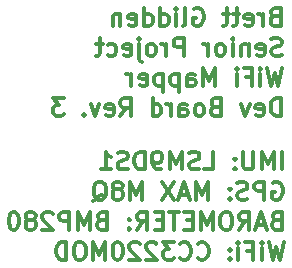
<source format=gbr>
G04 #@! TF.GenerationSoftware,KiCad,Pcbnew,(5.0.0-rc2-dev-491-g430239499)*
G04 #@! TF.CreationDate,2018-09-21T18:59:49-07:00*
G04 #@! TF.ProjectId,PCB_Rev3,5043425F526576332E6B696361645F70,rev?*
G04 #@! TF.SameCoordinates,Original*
G04 #@! TF.FileFunction,Legend,Bot*
G04 #@! TF.FilePolarity,Positive*
%FSLAX46Y46*%
G04 Gerber Fmt 4.6, Leading zero omitted, Abs format (unit mm)*
G04 Created by KiCad (PCBNEW (5.0.0-rc2-dev-491-g430239499)) date 09/21/18 18:59:49*
%MOMM*%
%LPD*%
G01*
G04 APERTURE LIST*
%ADD10C,0.300000*%
G04 APERTURE END LIST*
D10*
X197631357Y-67490971D02*
X197631357Y-65990971D01*
X196917071Y-67490971D02*
X196917071Y-65990971D01*
X196417071Y-67062400D01*
X195917071Y-65990971D01*
X195917071Y-67490971D01*
X195202785Y-65990971D02*
X195202785Y-67205257D01*
X195131357Y-67348114D01*
X195059928Y-67419542D01*
X194917071Y-67490971D01*
X194631357Y-67490971D01*
X194488500Y-67419542D01*
X194417071Y-67348114D01*
X194345642Y-67205257D01*
X194345642Y-65990971D01*
X193631357Y-67348114D02*
X193559928Y-67419542D01*
X193631357Y-67490971D01*
X193702785Y-67419542D01*
X193631357Y-67348114D01*
X193631357Y-67490971D01*
X193631357Y-66562400D02*
X193559928Y-66633828D01*
X193631357Y-66705257D01*
X193702785Y-66633828D01*
X193631357Y-66562400D01*
X193631357Y-66705257D01*
X191059928Y-67490971D02*
X191774214Y-67490971D01*
X191774214Y-65990971D01*
X190631357Y-67419542D02*
X190417071Y-67490971D01*
X190059928Y-67490971D01*
X189917071Y-67419542D01*
X189845642Y-67348114D01*
X189774214Y-67205257D01*
X189774214Y-67062400D01*
X189845642Y-66919542D01*
X189917071Y-66848114D01*
X190059928Y-66776685D01*
X190345642Y-66705257D01*
X190488500Y-66633828D01*
X190559928Y-66562400D01*
X190631357Y-66419542D01*
X190631357Y-66276685D01*
X190559928Y-66133828D01*
X190488500Y-66062400D01*
X190345642Y-65990971D01*
X189988500Y-65990971D01*
X189774214Y-66062400D01*
X189131357Y-67490971D02*
X189131357Y-65990971D01*
X188631357Y-67062400D01*
X188131357Y-65990971D01*
X188131357Y-67490971D01*
X187345642Y-67490971D02*
X187059928Y-67490971D01*
X186917071Y-67419542D01*
X186845642Y-67348114D01*
X186702785Y-67133828D01*
X186631357Y-66848114D01*
X186631357Y-66276685D01*
X186702785Y-66133828D01*
X186774214Y-66062400D01*
X186917071Y-65990971D01*
X187202785Y-65990971D01*
X187345642Y-66062400D01*
X187417071Y-66133828D01*
X187488500Y-66276685D01*
X187488500Y-66633828D01*
X187417071Y-66776685D01*
X187345642Y-66848114D01*
X187202785Y-66919542D01*
X186917071Y-66919542D01*
X186774214Y-66848114D01*
X186702785Y-66776685D01*
X186631357Y-66633828D01*
X185988500Y-67490971D02*
X185988500Y-65990971D01*
X185631357Y-65990971D01*
X185417071Y-66062400D01*
X185274214Y-66205257D01*
X185202785Y-66348114D01*
X185131357Y-66633828D01*
X185131357Y-66848114D01*
X185202785Y-67133828D01*
X185274214Y-67276685D01*
X185417071Y-67419542D01*
X185631357Y-67490971D01*
X185988500Y-67490971D01*
X184559928Y-67419542D02*
X184345642Y-67490971D01*
X183988500Y-67490971D01*
X183845642Y-67419542D01*
X183774214Y-67348114D01*
X183702785Y-67205257D01*
X183702785Y-67062400D01*
X183774214Y-66919542D01*
X183845642Y-66848114D01*
X183988500Y-66776685D01*
X184274214Y-66705257D01*
X184417071Y-66633828D01*
X184488500Y-66562400D01*
X184559928Y-66419542D01*
X184559928Y-66276685D01*
X184488500Y-66133828D01*
X184417071Y-66062400D01*
X184274214Y-65990971D01*
X183917071Y-65990971D01*
X183702785Y-66062400D01*
X182274214Y-67490971D02*
X183131357Y-67490971D01*
X182702785Y-67490971D02*
X182702785Y-65990971D01*
X182845642Y-66205257D01*
X182988500Y-66348114D01*
X183131357Y-66419542D01*
X196845642Y-68612400D02*
X196988500Y-68540971D01*
X197202785Y-68540971D01*
X197417071Y-68612400D01*
X197559928Y-68755257D01*
X197631357Y-68898114D01*
X197702785Y-69183828D01*
X197702785Y-69398114D01*
X197631357Y-69683828D01*
X197559928Y-69826685D01*
X197417071Y-69969542D01*
X197202785Y-70040971D01*
X197059928Y-70040971D01*
X196845642Y-69969542D01*
X196774214Y-69898114D01*
X196774214Y-69398114D01*
X197059928Y-69398114D01*
X196131357Y-70040971D02*
X196131357Y-68540971D01*
X195559928Y-68540971D01*
X195417071Y-68612400D01*
X195345642Y-68683828D01*
X195274214Y-68826685D01*
X195274214Y-69040971D01*
X195345642Y-69183828D01*
X195417071Y-69255257D01*
X195559928Y-69326685D01*
X196131357Y-69326685D01*
X194702785Y-69969542D02*
X194488500Y-70040971D01*
X194131357Y-70040971D01*
X193988500Y-69969542D01*
X193917071Y-69898114D01*
X193845642Y-69755257D01*
X193845642Y-69612400D01*
X193917071Y-69469542D01*
X193988500Y-69398114D01*
X194131357Y-69326685D01*
X194417071Y-69255257D01*
X194559928Y-69183828D01*
X194631357Y-69112400D01*
X194702785Y-68969542D01*
X194702785Y-68826685D01*
X194631357Y-68683828D01*
X194559928Y-68612400D01*
X194417071Y-68540971D01*
X194059928Y-68540971D01*
X193845642Y-68612400D01*
X193202785Y-69898114D02*
X193131357Y-69969542D01*
X193202785Y-70040971D01*
X193274214Y-69969542D01*
X193202785Y-69898114D01*
X193202785Y-70040971D01*
X193202785Y-69112400D02*
X193131357Y-69183828D01*
X193202785Y-69255257D01*
X193274214Y-69183828D01*
X193202785Y-69112400D01*
X193202785Y-69255257D01*
X191345642Y-70040971D02*
X191345642Y-68540971D01*
X190845642Y-69612400D01*
X190345642Y-68540971D01*
X190345642Y-70040971D01*
X189702785Y-69612400D02*
X188988500Y-69612400D01*
X189845642Y-70040971D02*
X189345642Y-68540971D01*
X188845642Y-70040971D01*
X188488500Y-68540971D02*
X187488500Y-70040971D01*
X187488500Y-68540971D02*
X188488500Y-70040971D01*
X185774214Y-70040971D02*
X185774214Y-68540971D01*
X185274214Y-69612400D01*
X184774214Y-68540971D01*
X184774214Y-70040971D01*
X183845642Y-69183828D02*
X183988500Y-69112400D01*
X184059928Y-69040971D01*
X184131357Y-68898114D01*
X184131357Y-68826685D01*
X184059928Y-68683828D01*
X183988500Y-68612400D01*
X183845642Y-68540971D01*
X183559928Y-68540971D01*
X183417071Y-68612400D01*
X183345642Y-68683828D01*
X183274214Y-68826685D01*
X183274214Y-68898114D01*
X183345642Y-69040971D01*
X183417071Y-69112400D01*
X183559928Y-69183828D01*
X183845642Y-69183828D01*
X183988500Y-69255257D01*
X184059928Y-69326685D01*
X184131357Y-69469542D01*
X184131357Y-69755257D01*
X184059928Y-69898114D01*
X183988500Y-69969542D01*
X183845642Y-70040971D01*
X183559928Y-70040971D01*
X183417071Y-69969542D01*
X183345642Y-69898114D01*
X183274214Y-69755257D01*
X183274214Y-69469542D01*
X183345642Y-69326685D01*
X183417071Y-69255257D01*
X183559928Y-69183828D01*
X181631357Y-70183828D02*
X181774214Y-70112400D01*
X181917071Y-69969542D01*
X182131357Y-69755257D01*
X182274214Y-69683828D01*
X182417071Y-69683828D01*
X182345642Y-70040971D02*
X182488500Y-69969542D01*
X182631357Y-69826685D01*
X182702785Y-69540971D01*
X182702785Y-69040971D01*
X182631357Y-68755257D01*
X182488500Y-68612400D01*
X182345642Y-68540971D01*
X182059928Y-68540971D01*
X181917071Y-68612400D01*
X181774214Y-68755257D01*
X181702785Y-69040971D01*
X181702785Y-69540971D01*
X181774214Y-69826685D01*
X181917071Y-69969542D01*
X182059928Y-70040971D01*
X182345642Y-70040971D01*
X197131357Y-71805257D02*
X196917071Y-71876685D01*
X196845642Y-71948114D01*
X196774214Y-72090971D01*
X196774214Y-72305257D01*
X196845642Y-72448114D01*
X196917071Y-72519542D01*
X197059928Y-72590971D01*
X197631357Y-72590971D01*
X197631357Y-71090971D01*
X197131357Y-71090971D01*
X196988500Y-71162400D01*
X196917071Y-71233828D01*
X196845642Y-71376685D01*
X196845642Y-71519542D01*
X196917071Y-71662400D01*
X196988500Y-71733828D01*
X197131357Y-71805257D01*
X197631357Y-71805257D01*
X196202785Y-72162400D02*
X195488500Y-72162400D01*
X196345642Y-72590971D02*
X195845642Y-71090971D01*
X195345642Y-72590971D01*
X193988500Y-72590971D02*
X194488500Y-71876685D01*
X194845642Y-72590971D02*
X194845642Y-71090971D01*
X194274214Y-71090971D01*
X194131357Y-71162400D01*
X194059928Y-71233828D01*
X193988500Y-71376685D01*
X193988500Y-71590971D01*
X194059928Y-71733828D01*
X194131357Y-71805257D01*
X194274214Y-71876685D01*
X194845642Y-71876685D01*
X193059928Y-71090971D02*
X192774214Y-71090971D01*
X192631357Y-71162400D01*
X192488500Y-71305257D01*
X192417071Y-71590971D01*
X192417071Y-72090971D01*
X192488500Y-72376685D01*
X192631357Y-72519542D01*
X192774214Y-72590971D01*
X193059928Y-72590971D01*
X193202785Y-72519542D01*
X193345642Y-72376685D01*
X193417071Y-72090971D01*
X193417071Y-71590971D01*
X193345642Y-71305257D01*
X193202785Y-71162400D01*
X193059928Y-71090971D01*
X191774214Y-72590971D02*
X191774214Y-71090971D01*
X191274214Y-72162400D01*
X190774214Y-71090971D01*
X190774214Y-72590971D01*
X190059928Y-71805257D02*
X189559928Y-71805257D01*
X189345642Y-72590971D02*
X190059928Y-72590971D01*
X190059928Y-71090971D01*
X189345642Y-71090971D01*
X188917071Y-71090971D02*
X188059928Y-71090971D01*
X188488500Y-72590971D02*
X188488500Y-71090971D01*
X187559928Y-71805257D02*
X187059928Y-71805257D01*
X186845642Y-72590971D02*
X187559928Y-72590971D01*
X187559928Y-71090971D01*
X186845642Y-71090971D01*
X185345642Y-72590971D02*
X185845642Y-71876685D01*
X186202785Y-72590971D02*
X186202785Y-71090971D01*
X185631357Y-71090971D01*
X185488500Y-71162400D01*
X185417071Y-71233828D01*
X185345642Y-71376685D01*
X185345642Y-71590971D01*
X185417071Y-71733828D01*
X185488500Y-71805257D01*
X185631357Y-71876685D01*
X186202785Y-71876685D01*
X184702785Y-72448114D02*
X184631357Y-72519542D01*
X184702785Y-72590971D01*
X184774214Y-72519542D01*
X184702785Y-72448114D01*
X184702785Y-72590971D01*
X184702785Y-71662400D02*
X184631357Y-71733828D01*
X184702785Y-71805257D01*
X184774214Y-71733828D01*
X184702785Y-71662400D01*
X184702785Y-71805257D01*
X182345642Y-71805257D02*
X182131357Y-71876685D01*
X182059928Y-71948114D01*
X181988500Y-72090971D01*
X181988500Y-72305257D01*
X182059928Y-72448114D01*
X182131357Y-72519542D01*
X182274214Y-72590971D01*
X182845642Y-72590971D01*
X182845642Y-71090971D01*
X182345642Y-71090971D01*
X182202785Y-71162400D01*
X182131357Y-71233828D01*
X182059928Y-71376685D01*
X182059928Y-71519542D01*
X182131357Y-71662400D01*
X182202785Y-71733828D01*
X182345642Y-71805257D01*
X182845642Y-71805257D01*
X181345642Y-72590971D02*
X181345642Y-71090971D01*
X180845642Y-72162400D01*
X180345642Y-71090971D01*
X180345642Y-72590971D01*
X179631357Y-72590971D02*
X179631357Y-71090971D01*
X179059928Y-71090971D01*
X178917071Y-71162400D01*
X178845642Y-71233828D01*
X178774214Y-71376685D01*
X178774214Y-71590971D01*
X178845642Y-71733828D01*
X178917071Y-71805257D01*
X179059928Y-71876685D01*
X179631357Y-71876685D01*
X178202785Y-71233828D02*
X178131357Y-71162400D01*
X177988500Y-71090971D01*
X177631357Y-71090971D01*
X177488500Y-71162400D01*
X177417071Y-71233828D01*
X177345642Y-71376685D01*
X177345642Y-71519542D01*
X177417071Y-71733828D01*
X178274214Y-72590971D01*
X177345642Y-72590971D01*
X176488500Y-71733828D02*
X176631357Y-71662400D01*
X176702785Y-71590971D01*
X176774214Y-71448114D01*
X176774214Y-71376685D01*
X176702785Y-71233828D01*
X176631357Y-71162400D01*
X176488500Y-71090971D01*
X176202785Y-71090971D01*
X176059928Y-71162400D01*
X175988500Y-71233828D01*
X175917071Y-71376685D01*
X175917071Y-71448114D01*
X175988500Y-71590971D01*
X176059928Y-71662400D01*
X176202785Y-71733828D01*
X176488500Y-71733828D01*
X176631357Y-71805257D01*
X176702785Y-71876685D01*
X176774214Y-72019542D01*
X176774214Y-72305257D01*
X176702785Y-72448114D01*
X176631357Y-72519542D01*
X176488500Y-72590971D01*
X176202785Y-72590971D01*
X176059928Y-72519542D01*
X175988500Y-72448114D01*
X175917071Y-72305257D01*
X175917071Y-72019542D01*
X175988500Y-71876685D01*
X176059928Y-71805257D01*
X176202785Y-71733828D01*
X174988500Y-71090971D02*
X174845642Y-71090971D01*
X174702785Y-71162400D01*
X174631357Y-71233828D01*
X174559928Y-71376685D01*
X174488500Y-71662400D01*
X174488500Y-72019542D01*
X174559928Y-72305257D01*
X174631357Y-72448114D01*
X174702785Y-72519542D01*
X174845642Y-72590971D01*
X174988500Y-72590971D01*
X175131357Y-72519542D01*
X175202785Y-72448114D01*
X175274214Y-72305257D01*
X175345642Y-72019542D01*
X175345642Y-71662400D01*
X175274214Y-71376685D01*
X175202785Y-71233828D01*
X175131357Y-71162400D01*
X174988500Y-71090971D01*
X197774214Y-73640971D02*
X197417071Y-75140971D01*
X197131357Y-74069542D01*
X196845642Y-75140971D01*
X196488500Y-73640971D01*
X195917071Y-75140971D02*
X195917071Y-74140971D01*
X195917071Y-73640971D02*
X195988500Y-73712400D01*
X195917071Y-73783828D01*
X195845642Y-73712400D01*
X195917071Y-73640971D01*
X195917071Y-73783828D01*
X194702785Y-74355257D02*
X195202785Y-74355257D01*
X195202785Y-75140971D02*
X195202785Y-73640971D01*
X194488500Y-73640971D01*
X193917071Y-75140971D02*
X193917071Y-74140971D01*
X193917071Y-73640971D02*
X193988500Y-73712400D01*
X193917071Y-73783828D01*
X193845642Y-73712400D01*
X193917071Y-73640971D01*
X193917071Y-73783828D01*
X193202785Y-74998114D02*
X193131357Y-75069542D01*
X193202785Y-75140971D01*
X193274214Y-75069542D01*
X193202785Y-74998114D01*
X193202785Y-75140971D01*
X193202785Y-74212400D02*
X193131357Y-74283828D01*
X193202785Y-74355257D01*
X193274214Y-74283828D01*
X193202785Y-74212400D01*
X193202785Y-74355257D01*
X190488500Y-74998114D02*
X190559928Y-75069542D01*
X190774214Y-75140971D01*
X190917071Y-75140971D01*
X191131357Y-75069542D01*
X191274214Y-74926685D01*
X191345642Y-74783828D01*
X191417071Y-74498114D01*
X191417071Y-74283828D01*
X191345642Y-73998114D01*
X191274214Y-73855257D01*
X191131357Y-73712400D01*
X190917071Y-73640971D01*
X190774214Y-73640971D01*
X190559928Y-73712400D01*
X190488500Y-73783828D01*
X188988500Y-74998114D02*
X189059928Y-75069542D01*
X189274214Y-75140971D01*
X189417071Y-75140971D01*
X189631357Y-75069542D01*
X189774214Y-74926685D01*
X189845642Y-74783828D01*
X189917071Y-74498114D01*
X189917071Y-74283828D01*
X189845642Y-73998114D01*
X189774214Y-73855257D01*
X189631357Y-73712400D01*
X189417071Y-73640971D01*
X189274214Y-73640971D01*
X189059928Y-73712400D01*
X188988500Y-73783828D01*
X188488500Y-73640971D02*
X187559928Y-73640971D01*
X188059928Y-74212400D01*
X187845642Y-74212400D01*
X187702785Y-74283828D01*
X187631357Y-74355257D01*
X187559928Y-74498114D01*
X187559928Y-74855257D01*
X187631357Y-74998114D01*
X187702785Y-75069542D01*
X187845642Y-75140971D01*
X188274214Y-75140971D01*
X188417071Y-75069542D01*
X188488500Y-74998114D01*
X186988500Y-73783828D02*
X186917071Y-73712400D01*
X186774214Y-73640971D01*
X186417071Y-73640971D01*
X186274214Y-73712400D01*
X186202785Y-73783828D01*
X186131357Y-73926685D01*
X186131357Y-74069542D01*
X186202785Y-74283828D01*
X187059928Y-75140971D01*
X186131357Y-75140971D01*
X185559928Y-73783828D02*
X185488500Y-73712400D01*
X185345642Y-73640971D01*
X184988500Y-73640971D01*
X184845642Y-73712400D01*
X184774214Y-73783828D01*
X184702785Y-73926685D01*
X184702785Y-74069542D01*
X184774214Y-74283828D01*
X185631357Y-75140971D01*
X184702785Y-75140971D01*
X183774214Y-73640971D02*
X183631357Y-73640971D01*
X183488500Y-73712400D01*
X183417071Y-73783828D01*
X183345642Y-73926685D01*
X183274214Y-74212400D01*
X183274214Y-74569542D01*
X183345642Y-74855257D01*
X183417071Y-74998114D01*
X183488500Y-75069542D01*
X183631357Y-75140971D01*
X183774214Y-75140971D01*
X183917071Y-75069542D01*
X183988500Y-74998114D01*
X184059928Y-74855257D01*
X184131357Y-74569542D01*
X184131357Y-74212400D01*
X184059928Y-73926685D01*
X183988500Y-73783828D01*
X183917071Y-73712400D01*
X183774214Y-73640971D01*
X182631357Y-75140971D02*
X182631357Y-73640971D01*
X182131357Y-74712400D01*
X181631357Y-73640971D01*
X181631357Y-75140971D01*
X180631357Y-73640971D02*
X180345642Y-73640971D01*
X180202785Y-73712400D01*
X180059928Y-73855257D01*
X179988500Y-74140971D01*
X179988500Y-74640971D01*
X180059928Y-74926685D01*
X180202785Y-75069542D01*
X180345642Y-75140971D01*
X180631357Y-75140971D01*
X180774214Y-75069542D01*
X180917071Y-74926685D01*
X180988500Y-74640971D01*
X180988500Y-74140971D01*
X180917071Y-73855257D01*
X180774214Y-73712400D01*
X180631357Y-73640971D01*
X179345642Y-75140971D02*
X179345642Y-73640971D01*
X178988500Y-73640971D01*
X178774214Y-73712400D01*
X178631357Y-73855257D01*
X178559928Y-73998114D01*
X178488500Y-74283828D01*
X178488500Y-74498114D01*
X178559928Y-74783828D01*
X178631357Y-74926685D01*
X178774214Y-75069542D01*
X178988500Y-75140971D01*
X179345642Y-75140971D01*
X197017057Y-54525957D02*
X196802771Y-54597385D01*
X196731342Y-54668814D01*
X196659914Y-54811671D01*
X196659914Y-55025957D01*
X196731342Y-55168814D01*
X196802771Y-55240242D01*
X196945628Y-55311671D01*
X197517057Y-55311671D01*
X197517057Y-53811671D01*
X197017057Y-53811671D01*
X196874200Y-53883100D01*
X196802771Y-53954528D01*
X196731342Y-54097385D01*
X196731342Y-54240242D01*
X196802771Y-54383100D01*
X196874200Y-54454528D01*
X197017057Y-54525957D01*
X197517057Y-54525957D01*
X196017057Y-55311671D02*
X196017057Y-54311671D01*
X196017057Y-54597385D02*
X195945628Y-54454528D01*
X195874200Y-54383100D01*
X195731342Y-54311671D01*
X195588485Y-54311671D01*
X194517057Y-55240242D02*
X194659914Y-55311671D01*
X194945628Y-55311671D01*
X195088485Y-55240242D01*
X195159914Y-55097385D01*
X195159914Y-54525957D01*
X195088485Y-54383100D01*
X194945628Y-54311671D01*
X194659914Y-54311671D01*
X194517057Y-54383100D01*
X194445628Y-54525957D01*
X194445628Y-54668814D01*
X195159914Y-54811671D01*
X194017057Y-54311671D02*
X193445628Y-54311671D01*
X193802771Y-53811671D02*
X193802771Y-55097385D01*
X193731342Y-55240242D01*
X193588485Y-55311671D01*
X193445628Y-55311671D01*
X193159914Y-54311671D02*
X192588485Y-54311671D01*
X192945628Y-53811671D02*
X192945628Y-55097385D01*
X192874200Y-55240242D01*
X192731342Y-55311671D01*
X192588485Y-55311671D01*
X190159914Y-53883100D02*
X190302771Y-53811671D01*
X190517057Y-53811671D01*
X190731342Y-53883100D01*
X190874200Y-54025957D01*
X190945628Y-54168814D01*
X191017057Y-54454528D01*
X191017057Y-54668814D01*
X190945628Y-54954528D01*
X190874200Y-55097385D01*
X190731342Y-55240242D01*
X190517057Y-55311671D01*
X190374200Y-55311671D01*
X190159914Y-55240242D01*
X190088485Y-55168814D01*
X190088485Y-54668814D01*
X190374200Y-54668814D01*
X189231342Y-55311671D02*
X189374200Y-55240242D01*
X189445628Y-55097385D01*
X189445628Y-53811671D01*
X188659914Y-55311671D02*
X188659914Y-54311671D01*
X188659914Y-53811671D02*
X188731342Y-53883100D01*
X188659914Y-53954528D01*
X188588485Y-53883100D01*
X188659914Y-53811671D01*
X188659914Y-53954528D01*
X187302771Y-55311671D02*
X187302771Y-53811671D01*
X187302771Y-55240242D02*
X187445628Y-55311671D01*
X187731342Y-55311671D01*
X187874200Y-55240242D01*
X187945628Y-55168814D01*
X188017057Y-55025957D01*
X188017057Y-54597385D01*
X187945628Y-54454528D01*
X187874200Y-54383100D01*
X187731342Y-54311671D01*
X187445628Y-54311671D01*
X187302771Y-54383100D01*
X185945628Y-55311671D02*
X185945628Y-53811671D01*
X185945628Y-55240242D02*
X186088485Y-55311671D01*
X186374200Y-55311671D01*
X186517057Y-55240242D01*
X186588485Y-55168814D01*
X186659914Y-55025957D01*
X186659914Y-54597385D01*
X186588485Y-54454528D01*
X186517057Y-54383100D01*
X186374200Y-54311671D01*
X186088485Y-54311671D01*
X185945628Y-54383100D01*
X184659914Y-55240242D02*
X184802771Y-55311671D01*
X185088485Y-55311671D01*
X185231342Y-55240242D01*
X185302771Y-55097385D01*
X185302771Y-54525957D01*
X185231342Y-54383100D01*
X185088485Y-54311671D01*
X184802771Y-54311671D01*
X184659914Y-54383100D01*
X184588485Y-54525957D01*
X184588485Y-54668814D01*
X185302771Y-54811671D01*
X183945628Y-54311671D02*
X183945628Y-55311671D01*
X183945628Y-54454528D02*
X183874200Y-54383100D01*
X183731342Y-54311671D01*
X183517057Y-54311671D01*
X183374200Y-54383100D01*
X183302771Y-54525957D01*
X183302771Y-55311671D01*
X197588485Y-57790242D02*
X197374200Y-57861671D01*
X197017057Y-57861671D01*
X196874200Y-57790242D01*
X196802771Y-57718814D01*
X196731342Y-57575957D01*
X196731342Y-57433100D01*
X196802771Y-57290242D01*
X196874200Y-57218814D01*
X197017057Y-57147385D01*
X197302771Y-57075957D01*
X197445628Y-57004528D01*
X197517057Y-56933100D01*
X197588485Y-56790242D01*
X197588485Y-56647385D01*
X197517057Y-56504528D01*
X197445628Y-56433100D01*
X197302771Y-56361671D01*
X196945628Y-56361671D01*
X196731342Y-56433100D01*
X195517057Y-57790242D02*
X195659914Y-57861671D01*
X195945628Y-57861671D01*
X196088485Y-57790242D01*
X196159914Y-57647385D01*
X196159914Y-57075957D01*
X196088485Y-56933100D01*
X195945628Y-56861671D01*
X195659914Y-56861671D01*
X195517057Y-56933100D01*
X195445628Y-57075957D01*
X195445628Y-57218814D01*
X196159914Y-57361671D01*
X194802771Y-56861671D02*
X194802771Y-57861671D01*
X194802771Y-57004528D02*
X194731342Y-56933100D01*
X194588485Y-56861671D01*
X194374200Y-56861671D01*
X194231342Y-56933100D01*
X194159914Y-57075957D01*
X194159914Y-57861671D01*
X193445628Y-57861671D02*
X193445628Y-56861671D01*
X193445628Y-56361671D02*
X193517057Y-56433100D01*
X193445628Y-56504528D01*
X193374200Y-56433100D01*
X193445628Y-56361671D01*
X193445628Y-56504528D01*
X192517057Y-57861671D02*
X192659914Y-57790242D01*
X192731342Y-57718814D01*
X192802771Y-57575957D01*
X192802771Y-57147385D01*
X192731342Y-57004528D01*
X192659914Y-56933100D01*
X192517057Y-56861671D01*
X192302771Y-56861671D01*
X192159914Y-56933100D01*
X192088485Y-57004528D01*
X192017057Y-57147385D01*
X192017057Y-57575957D01*
X192088485Y-57718814D01*
X192159914Y-57790242D01*
X192302771Y-57861671D01*
X192517057Y-57861671D01*
X191374200Y-57861671D02*
X191374200Y-56861671D01*
X191374200Y-57147385D02*
X191302771Y-57004528D01*
X191231342Y-56933100D01*
X191088485Y-56861671D01*
X190945628Y-56861671D01*
X189302771Y-57861671D02*
X189302771Y-56361671D01*
X188731342Y-56361671D01*
X188588485Y-56433100D01*
X188517057Y-56504528D01*
X188445628Y-56647385D01*
X188445628Y-56861671D01*
X188517057Y-57004528D01*
X188588485Y-57075957D01*
X188731342Y-57147385D01*
X189302771Y-57147385D01*
X187802771Y-57861671D02*
X187802771Y-56861671D01*
X187802771Y-57147385D02*
X187731342Y-57004528D01*
X187659914Y-56933100D01*
X187517057Y-56861671D01*
X187374200Y-56861671D01*
X186659914Y-57861671D02*
X186802771Y-57790242D01*
X186874200Y-57718814D01*
X186945628Y-57575957D01*
X186945628Y-57147385D01*
X186874200Y-57004528D01*
X186802771Y-56933100D01*
X186659914Y-56861671D01*
X186445628Y-56861671D01*
X186302771Y-56933100D01*
X186231342Y-57004528D01*
X186159914Y-57147385D01*
X186159914Y-57575957D01*
X186231342Y-57718814D01*
X186302771Y-57790242D01*
X186445628Y-57861671D01*
X186659914Y-57861671D01*
X185517057Y-56861671D02*
X185517057Y-58147385D01*
X185588485Y-58290242D01*
X185731342Y-58361671D01*
X185802771Y-58361671D01*
X185517057Y-56361671D02*
X185588485Y-56433100D01*
X185517057Y-56504528D01*
X185445628Y-56433100D01*
X185517057Y-56361671D01*
X185517057Y-56504528D01*
X184231342Y-57790242D02*
X184374200Y-57861671D01*
X184659914Y-57861671D01*
X184802771Y-57790242D01*
X184874200Y-57647385D01*
X184874200Y-57075957D01*
X184802771Y-56933100D01*
X184659914Y-56861671D01*
X184374200Y-56861671D01*
X184231342Y-56933100D01*
X184159914Y-57075957D01*
X184159914Y-57218814D01*
X184874200Y-57361671D01*
X182874200Y-57790242D02*
X183017057Y-57861671D01*
X183302771Y-57861671D01*
X183445628Y-57790242D01*
X183517057Y-57718814D01*
X183588485Y-57575957D01*
X183588485Y-57147385D01*
X183517057Y-57004528D01*
X183445628Y-56933100D01*
X183302771Y-56861671D01*
X183017057Y-56861671D01*
X182874200Y-56933100D01*
X182445628Y-56861671D02*
X181874200Y-56861671D01*
X182231342Y-56361671D02*
X182231342Y-57647385D01*
X182159914Y-57790242D01*
X182017057Y-57861671D01*
X181874200Y-57861671D01*
X197659914Y-58911671D02*
X197302771Y-60411671D01*
X197017057Y-59340242D01*
X196731342Y-60411671D01*
X196374200Y-58911671D01*
X195802771Y-60411671D02*
X195802771Y-59411671D01*
X195802771Y-58911671D02*
X195874200Y-58983100D01*
X195802771Y-59054528D01*
X195731342Y-58983100D01*
X195802771Y-58911671D01*
X195802771Y-59054528D01*
X194588485Y-59625957D02*
X195088485Y-59625957D01*
X195088485Y-60411671D02*
X195088485Y-58911671D01*
X194374200Y-58911671D01*
X193802771Y-60411671D02*
X193802771Y-59411671D01*
X193802771Y-58911671D02*
X193874200Y-58983100D01*
X193802771Y-59054528D01*
X193731342Y-58983100D01*
X193802771Y-58911671D01*
X193802771Y-59054528D01*
X191945628Y-60411671D02*
X191945628Y-58911671D01*
X191445628Y-59983100D01*
X190945628Y-58911671D01*
X190945628Y-60411671D01*
X189588485Y-60411671D02*
X189588485Y-59625957D01*
X189659914Y-59483100D01*
X189802771Y-59411671D01*
X190088485Y-59411671D01*
X190231342Y-59483100D01*
X189588485Y-60340242D02*
X189731342Y-60411671D01*
X190088485Y-60411671D01*
X190231342Y-60340242D01*
X190302771Y-60197385D01*
X190302771Y-60054528D01*
X190231342Y-59911671D01*
X190088485Y-59840242D01*
X189731342Y-59840242D01*
X189588485Y-59768814D01*
X188874200Y-59411671D02*
X188874200Y-60911671D01*
X188874200Y-59483100D02*
X188731342Y-59411671D01*
X188445628Y-59411671D01*
X188302771Y-59483100D01*
X188231342Y-59554528D01*
X188159914Y-59697385D01*
X188159914Y-60125957D01*
X188231342Y-60268814D01*
X188302771Y-60340242D01*
X188445628Y-60411671D01*
X188731342Y-60411671D01*
X188874200Y-60340242D01*
X187517057Y-59411671D02*
X187517057Y-60911671D01*
X187517057Y-59483100D02*
X187374200Y-59411671D01*
X187088485Y-59411671D01*
X186945628Y-59483100D01*
X186874200Y-59554528D01*
X186802771Y-59697385D01*
X186802771Y-60125957D01*
X186874200Y-60268814D01*
X186945628Y-60340242D01*
X187088485Y-60411671D01*
X187374200Y-60411671D01*
X187517057Y-60340242D01*
X185588485Y-60340242D02*
X185731342Y-60411671D01*
X186017057Y-60411671D01*
X186159914Y-60340242D01*
X186231342Y-60197385D01*
X186231342Y-59625957D01*
X186159914Y-59483100D01*
X186017057Y-59411671D01*
X185731342Y-59411671D01*
X185588485Y-59483100D01*
X185517057Y-59625957D01*
X185517057Y-59768814D01*
X186231342Y-59911671D01*
X184874200Y-60411671D02*
X184874200Y-59411671D01*
X184874200Y-59697385D02*
X184802771Y-59554528D01*
X184731342Y-59483100D01*
X184588485Y-59411671D01*
X184445628Y-59411671D01*
X197517057Y-62961671D02*
X197517057Y-61461671D01*
X197159914Y-61461671D01*
X196945628Y-61533100D01*
X196802771Y-61675957D01*
X196731342Y-61818814D01*
X196659914Y-62104528D01*
X196659914Y-62318814D01*
X196731342Y-62604528D01*
X196802771Y-62747385D01*
X196945628Y-62890242D01*
X197159914Y-62961671D01*
X197517057Y-62961671D01*
X195445628Y-62890242D02*
X195588485Y-62961671D01*
X195874200Y-62961671D01*
X196017057Y-62890242D01*
X196088485Y-62747385D01*
X196088485Y-62175957D01*
X196017057Y-62033100D01*
X195874200Y-61961671D01*
X195588485Y-61961671D01*
X195445628Y-62033100D01*
X195374200Y-62175957D01*
X195374200Y-62318814D01*
X196088485Y-62461671D01*
X194874200Y-61961671D02*
X194517057Y-62961671D01*
X194159914Y-61961671D01*
X191945628Y-62175957D02*
X191731342Y-62247385D01*
X191659914Y-62318814D01*
X191588485Y-62461671D01*
X191588485Y-62675957D01*
X191659914Y-62818814D01*
X191731342Y-62890242D01*
X191874200Y-62961671D01*
X192445628Y-62961671D01*
X192445628Y-61461671D01*
X191945628Y-61461671D01*
X191802771Y-61533100D01*
X191731342Y-61604528D01*
X191659914Y-61747385D01*
X191659914Y-61890242D01*
X191731342Y-62033100D01*
X191802771Y-62104528D01*
X191945628Y-62175957D01*
X192445628Y-62175957D01*
X190731342Y-62961671D02*
X190874200Y-62890242D01*
X190945628Y-62818814D01*
X191017057Y-62675957D01*
X191017057Y-62247385D01*
X190945628Y-62104528D01*
X190874200Y-62033100D01*
X190731342Y-61961671D01*
X190517057Y-61961671D01*
X190374200Y-62033100D01*
X190302771Y-62104528D01*
X190231342Y-62247385D01*
X190231342Y-62675957D01*
X190302771Y-62818814D01*
X190374200Y-62890242D01*
X190517057Y-62961671D01*
X190731342Y-62961671D01*
X188945628Y-62961671D02*
X188945628Y-62175957D01*
X189017057Y-62033100D01*
X189159914Y-61961671D01*
X189445628Y-61961671D01*
X189588485Y-62033100D01*
X188945628Y-62890242D02*
X189088485Y-62961671D01*
X189445628Y-62961671D01*
X189588485Y-62890242D01*
X189659914Y-62747385D01*
X189659914Y-62604528D01*
X189588485Y-62461671D01*
X189445628Y-62390242D01*
X189088485Y-62390242D01*
X188945628Y-62318814D01*
X188231342Y-62961671D02*
X188231342Y-61961671D01*
X188231342Y-62247385D02*
X188159914Y-62104528D01*
X188088485Y-62033100D01*
X187945628Y-61961671D01*
X187802771Y-61961671D01*
X186659914Y-62961671D02*
X186659914Y-61461671D01*
X186659914Y-62890242D02*
X186802771Y-62961671D01*
X187088485Y-62961671D01*
X187231342Y-62890242D01*
X187302771Y-62818814D01*
X187374200Y-62675957D01*
X187374200Y-62247385D01*
X187302771Y-62104528D01*
X187231342Y-62033100D01*
X187088485Y-61961671D01*
X186802771Y-61961671D01*
X186659914Y-62033100D01*
X183945628Y-62961671D02*
X184445628Y-62247385D01*
X184802771Y-62961671D02*
X184802771Y-61461671D01*
X184231342Y-61461671D01*
X184088485Y-61533100D01*
X184017057Y-61604528D01*
X183945628Y-61747385D01*
X183945628Y-61961671D01*
X184017057Y-62104528D01*
X184088485Y-62175957D01*
X184231342Y-62247385D01*
X184802771Y-62247385D01*
X182731342Y-62890242D02*
X182874200Y-62961671D01*
X183159914Y-62961671D01*
X183302771Y-62890242D01*
X183374200Y-62747385D01*
X183374200Y-62175957D01*
X183302771Y-62033100D01*
X183159914Y-61961671D01*
X182874200Y-61961671D01*
X182731342Y-62033100D01*
X182659914Y-62175957D01*
X182659914Y-62318814D01*
X183374200Y-62461671D01*
X182159914Y-61961671D02*
X181802771Y-62961671D01*
X181445628Y-61961671D01*
X180874200Y-62818814D02*
X180802771Y-62890242D01*
X180874200Y-62961671D01*
X180945628Y-62890242D01*
X180874200Y-62818814D01*
X180874200Y-62961671D01*
X179159914Y-61461671D02*
X178231342Y-61461671D01*
X178731342Y-62033100D01*
X178517057Y-62033100D01*
X178374200Y-62104528D01*
X178302771Y-62175957D01*
X178231342Y-62318814D01*
X178231342Y-62675957D01*
X178302771Y-62818814D01*
X178374200Y-62890242D01*
X178517057Y-62961671D01*
X178945628Y-62961671D01*
X179088485Y-62890242D01*
X179159914Y-62818814D01*
M02*

</source>
